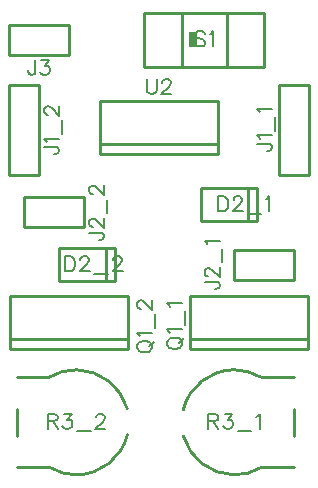
<source format=gto>
G04 DipTrace 2.3.1.0*
%INlinebot-v2.0.gto*%
%MOIN*%
%ADD10C,0.0098*%
%ADD45C,0.0077*%
%FSLAX44Y44*%
G04*
G70*
G90*
G75*
G01*
%LNTopSilk*%
%LPD*%
X9021Y10301D2*
D10*
Y9199D1*
X9001D2*
X7149D1*
X8722Y10301D2*
Y9199D1*
X7149Y10301D2*
Y9199D1*
X9001Y10301D2*
X7149D1*
X4271Y8301D2*
Y7199D1*
X4251D2*
X2399D1*
X3972Y8301D2*
Y7199D1*
X2399Y8301D2*
Y7199D1*
X4251Y8301D2*
X2399D1*
X2750Y14750D2*
Y15750D1*
X750Y14750D2*
X2750D1*
X750D2*
Y15750D1*
X2750D1*
X9750Y13750D2*
X10750D1*
Y10750D1*
X9750D2*
X10750D1*
X9750Y13750D2*
Y10750D1*
X750Y13750D2*
X1750D1*
Y10750D1*
X750D2*
X1750D1*
X750Y13750D2*
Y10750D1*
X10250Y7250D2*
Y8250D1*
X8250Y7250D2*
X10250D1*
X8250D2*
Y8250D1*
X10250D1*
X1250Y10000D2*
Y9000D1*
X3250Y10000D2*
X1250D1*
X3250D2*
Y9000D1*
X1250D1*
X10719Y4937D2*
X6781D1*
Y6709D1*
X10719D1*
Y4937D1*
Y5291D2*
X6781D1*
X4719Y4937D2*
X781D1*
Y6709D1*
X4719D1*
Y4937D1*
Y5291D2*
X781D1*
X9168Y1001D2*
X10250Y1000D1*
X9159Y4001D2*
X10250Y4000D1*
Y2051D2*
Y2949D1*
X9168Y1001D2*
G02X8245Y749I-884J1424D01*
G01*
X9138Y4007D2*
G03X8245Y4253I-914J-1570D01*
G01*
X8253Y747D2*
G02X6558Y2046I31J1795D01*
G01*
X8246Y4251D2*
G03X6554Y2912I15J-1757D01*
G01*
X2082Y3999D2*
X1000Y4000D1*
X2091Y999D2*
X1000Y1000D1*
Y2949D2*
Y2051D1*
X2082Y3999D2*
G02X3005Y4251I884J-1424D01*
G01*
X2112Y993D2*
G03X3005Y747I914J1570D01*
G01*
X2997Y4253D2*
G02X4692Y2954I-31J-1795D01*
G01*
X3004Y749D2*
G03X4696Y2088I-15J1757D01*
G01*
X5250Y16156D2*
X9250D1*
Y14344D1*
X5250D1*
Y16156D1*
X6500D2*
X8000D1*
Y14344D1*
X6500D1*
Y16156D1*
G36*
X6750Y15500D2*
X7000D1*
Y15000D1*
X6750D1*
Y15500D1*
G37*
X7719Y11437D2*
D10*
X3781D1*
Y13209D1*
X7719D1*
Y11437D1*
Y11791D2*
X3781D1*
X7721Y10031D2*
D45*
Y9529D1*
X7889D1*
X7960Y9553D1*
X8009Y9601D1*
X8032Y9649D1*
X8056Y9720D1*
Y9840D1*
X8032Y9912D1*
X8009Y9959D1*
X7960Y10008D1*
X7889Y10031D1*
X7721D1*
X8235Y9911D2*
Y9935D1*
X8259Y9983D1*
X8282Y10007D1*
X8330Y10031D1*
X8426D1*
X8474Y10007D1*
X8497Y9983D1*
X8522Y9935D1*
Y9888D1*
X8497Y9840D1*
X8450Y9768D1*
X8210Y9529D1*
X8545D1*
X8700Y9446D2*
X9154D1*
X9309Y9935D2*
X9357Y9959D1*
X9428Y10031D1*
Y9529D1*
X2614Y8031D2*
Y7529D1*
X2781D1*
X2853Y7553D1*
X2901Y7601D1*
X2925Y7649D1*
X2949Y7720D1*
Y7840D1*
X2925Y7912D1*
X2901Y7959D1*
X2853Y8008D1*
X2781Y8031D1*
X2614D1*
X3127Y7911D2*
Y7935D1*
X3151Y7983D1*
X3175Y8007D1*
X3223Y8031D1*
X3319D1*
X3366Y8007D1*
X3390Y7983D1*
X3414Y7935D1*
Y7888D1*
X3390Y7840D1*
X3342Y7768D1*
X3103Y7529D1*
X3438D1*
X3592Y7446D2*
X4047D1*
X4225Y7911D2*
Y7935D1*
X4249Y7983D1*
X4273Y8007D1*
X4321Y8031D1*
X4417D1*
X4464Y8007D1*
X4488Y7983D1*
X4512Y7935D1*
Y7888D1*
X4488Y7840D1*
X4440Y7768D1*
X4201Y7529D1*
X4536D1*
X1625Y14580D2*
Y14198D1*
X1601Y14126D1*
X1577Y14102D1*
X1529Y14078D1*
X1481D1*
X1434Y14102D1*
X1410Y14126D1*
X1386Y14198D1*
Y14245D1*
X1827Y14580D2*
X2090D1*
X1947Y14389D1*
X2019D1*
X2066Y14365D1*
X2090Y14341D1*
X2114Y14269D1*
Y14222D1*
X2090Y14150D1*
X2042Y14102D1*
X1971Y14078D1*
X1899D1*
X1827Y14102D1*
X1804Y14126D1*
X1779Y14174D1*
X9018Y11791D2*
X9400D1*
X9472Y11767D1*
X9496Y11743D1*
X9520Y11695D1*
Y11647D1*
X9496Y11600D1*
X9472Y11576D1*
X9400Y11552D1*
X9353D1*
X9114Y11945D2*
X9090Y11993D1*
X9018Y12065D1*
X9520D1*
X9603Y12220D2*
Y12674D1*
X9114Y12828D2*
X9090Y12876D1*
X9018Y12948D1*
X9520D1*
X1920Y11683D2*
X2302D1*
X2374Y11660D1*
X2398Y11635D1*
X2422Y11588D1*
Y11540D1*
X2398Y11492D1*
X2374Y11468D1*
X2302Y11444D1*
X2255D1*
X2016Y11838D2*
X1991Y11886D1*
X1920Y11958D1*
X2422D1*
X2505Y12112D2*
Y12567D1*
X2040Y12745D2*
X2016D1*
X1968Y12769D1*
X1944Y12793D1*
X1920Y12841D1*
Y12936D1*
X1944Y12984D1*
X1968Y13008D1*
X2016Y13032D1*
X2063D1*
X2111Y13008D1*
X2183Y12960D1*
X2422Y12721D1*
Y13056D1*
X7268Y7183D2*
X7650D1*
X7722Y7160D1*
X7746Y7135D1*
X7770Y7088D1*
Y7040D1*
X7746Y6992D1*
X7722Y6968D1*
X7650Y6944D1*
X7603D1*
X7388Y7362D2*
X7364D1*
X7316Y7386D1*
X7292Y7410D1*
X7268Y7458D1*
Y7553D1*
X7292Y7601D1*
X7316Y7625D1*
X7364Y7649D1*
X7411D1*
X7460Y7625D1*
X7531Y7577D1*
X7770Y7338D1*
Y7673D1*
X7853Y7827D2*
Y8282D1*
X7364Y8436D2*
X7340Y8484D1*
X7268Y8556D1*
X7770D1*
X3420Y8826D2*
X3802D1*
X3874Y8802D1*
X3898Y8778D1*
X3922Y8730D1*
Y8682D1*
X3898Y8635D1*
X3874Y8611D1*
X3802Y8587D1*
X3755D1*
X3540Y9005D2*
X3516D1*
X3468Y9028D1*
X3444Y9052D1*
X3420Y9100D1*
Y9196D1*
X3444Y9243D1*
X3468Y9267D1*
X3516Y9292D1*
X3563D1*
X3611Y9267D1*
X3683Y9220D1*
X3922Y8980D1*
Y9315D1*
X4005Y9470D2*
Y9924D1*
X3540Y10103D2*
X3516D1*
X3468Y10126D1*
X3444Y10150D1*
X3420Y10198D1*
Y10294D1*
X3444Y10341D1*
X3468Y10365D1*
X3516Y10390D1*
X3563D1*
X3611Y10365D1*
X3683Y10318D1*
X3922Y10078D1*
Y10413D1*
X6018Y5082D2*
X6041Y5035D1*
X6089Y4987D1*
X6137Y4963D1*
X6209Y4938D1*
X6328D1*
X6400Y4963D1*
X6448Y4987D1*
X6496Y5035D1*
X6520Y5082D1*
Y5178D1*
X6496Y5226D1*
X6448Y5273D1*
X6400Y5297D1*
X6328Y5321D1*
X6209D1*
X6137Y5297D1*
X6089Y5273D1*
X6041Y5226D1*
X6018Y5178D1*
Y5082D1*
X6424Y5154D2*
X6568Y5297D1*
X6114Y5476D2*
X6090Y5524D1*
X6018Y5596D1*
X6520D1*
X6603Y5750D2*
Y6205D1*
X6114Y6359D2*
X6090Y6407D1*
X6018Y6479D1*
X6520D1*
X5018Y4975D2*
X5041Y4927D1*
X5089Y4879D1*
X5137Y4855D1*
X5209Y4831D1*
X5328D1*
X5400Y4855D1*
X5448Y4879D1*
X5496Y4927D1*
X5520Y4975D1*
Y5070D1*
X5496Y5118D1*
X5448Y5166D1*
X5400Y5190D1*
X5328Y5214D1*
X5209D1*
X5137Y5190D1*
X5089Y5166D1*
X5041Y5118D1*
X5018Y5070D1*
Y4975D1*
X5424Y5047D2*
X5568Y5190D1*
X5114Y5368D2*
X5090Y5416D1*
X5018Y5488D1*
X5520D1*
X5603Y5643D2*
Y6097D1*
X5138Y6276D2*
X5114D1*
X5066Y6300D1*
X5042Y6323D1*
X5018Y6371D1*
Y6467D1*
X5042Y6515D1*
X5066Y6538D1*
X5114Y6563D1*
X5161D1*
X5210Y6538D1*
X5281Y6491D1*
X5520Y6251D1*
Y6586D1*
X7396Y2542D2*
X7611D1*
X7683Y2566D1*
X7708Y2590D1*
X7731Y2638D1*
Y2686D1*
X7708Y2733D1*
X7683Y2758D1*
X7611Y2781D1*
X7396D1*
Y2279D1*
X7564Y2542D2*
X7731Y2279D1*
X7934Y2781D2*
X8196D1*
X8053Y2590D1*
X8125D1*
X8173Y2566D1*
X8196Y2542D1*
X8221Y2470D1*
Y2423D1*
X8196Y2351D1*
X8149Y2303D1*
X8077Y2279D1*
X8005D1*
X7934Y2303D1*
X7910Y2327D1*
X7886Y2375D1*
X8375Y2196D2*
X8829D1*
X8984Y2685D2*
X9032Y2710D1*
X9104Y2781D1*
Y2279D1*
X2039Y2542D2*
X2254D1*
X2326Y2566D1*
X2350Y2590D1*
X2374Y2637D1*
Y2686D1*
X2350Y2733D1*
X2326Y2757D1*
X2254Y2781D1*
X2039D1*
Y2279D1*
X2206Y2542D2*
X2374Y2279D1*
X2576Y2781D2*
X2839D1*
X2696Y2589D1*
X2767D1*
X2815Y2566D1*
X2839Y2542D1*
X2863Y2470D1*
Y2422D1*
X2839Y2351D1*
X2791Y2303D1*
X2719Y2279D1*
X2648D1*
X2576Y2303D1*
X2552Y2327D1*
X2528Y2374D1*
X3018Y2196D2*
X3472D1*
X3651Y2661D2*
Y2685D1*
X3674Y2733D1*
X3698Y2757D1*
X3746Y2781D1*
X3842D1*
X3889Y2757D1*
X3913Y2733D1*
X3937Y2685D1*
Y2637D1*
X3913Y2589D1*
X3866Y2518D1*
X3626Y2279D1*
X3961D1*
X7280Y15459D2*
X7233Y15508D1*
X7161Y15531D1*
X7065D1*
X6993Y15508D1*
X6945Y15459D1*
Y15412D1*
X6970Y15364D1*
X6993Y15340D1*
X7041Y15316D1*
X7185Y15268D1*
X7233Y15244D1*
X7257Y15220D1*
X7280Y15173D1*
Y15101D1*
X7233Y15053D1*
X7161Y15029D1*
X7065D1*
X6993Y15053D1*
X6945Y15101D1*
X7435Y15435D2*
X7483Y15459D1*
X7555Y15531D1*
Y15029D1*
X5338Y13941D2*
Y13582D1*
X5362Y13510D1*
X5410Y13463D1*
X5482Y13438D1*
X5529D1*
X5601Y13463D1*
X5649Y13510D1*
X5673Y13582D1*
Y13941D1*
X5852Y13821D2*
Y13845D1*
X5875Y13893D1*
X5899Y13917D1*
X5947Y13940D1*
X6043D1*
X6090Y13917D1*
X6114Y13893D1*
X6138Y13845D1*
Y13797D1*
X6114Y13749D1*
X6067Y13678D1*
X5827Y13438D1*
X6162D1*
M02*

</source>
